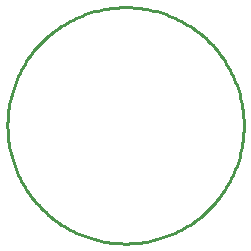
<source format=gbr>
G04 EAGLE Gerber RS-274X export*
G75*
%MOMM*%
%FSLAX34Y34*%
%LPD*%
%IN*%
%IPPOS*%
%AMOC8*
5,1,8,0,0,1.08239X$1,22.5*%
G01*
%ADD10C,0.254000*%


D10*
X100000Y-1403D02*
X100000Y1403D01*
X99921Y4207D01*
X99764Y7007D01*
X99528Y9803D01*
X99214Y12590D01*
X98822Y15368D01*
X98352Y18133D01*
X97805Y20885D01*
X97181Y23620D01*
X96480Y26336D01*
X95703Y29031D01*
X94852Y31704D01*
X93925Y34352D01*
X92925Y36973D01*
X91851Y39564D01*
X90705Y42125D01*
X89488Y44652D01*
X88201Y47144D01*
X86844Y49599D01*
X85419Y52016D01*
X83926Y54391D01*
X82368Y56723D01*
X80744Y59011D01*
X79058Y61252D01*
X77309Y63446D01*
X75499Y65589D01*
X73630Y67681D01*
X71702Y69719D01*
X69719Y71702D01*
X67681Y73630D01*
X65589Y75499D01*
X63446Y77309D01*
X61252Y79058D01*
X59011Y80744D01*
X56723Y82368D01*
X54391Y83926D01*
X52016Y85419D01*
X49599Y86844D01*
X47144Y88201D01*
X44652Y89488D01*
X42125Y90705D01*
X39564Y91851D01*
X36973Y92925D01*
X34352Y93925D01*
X31704Y94852D01*
X29031Y95703D01*
X26336Y96480D01*
X23620Y97181D01*
X20885Y97805D01*
X18133Y98352D01*
X15368Y98822D01*
X12590Y99214D01*
X9803Y99528D01*
X7007Y99764D01*
X4207Y99921D01*
X1403Y100000D01*
X-1403Y100000D01*
X-4207Y99921D01*
X-7007Y99764D01*
X-9803Y99528D01*
X-12590Y99214D01*
X-15368Y98822D01*
X-18133Y98352D01*
X-20885Y97805D01*
X-23620Y97181D01*
X-26336Y96480D01*
X-29031Y95703D01*
X-31704Y94852D01*
X-34352Y93925D01*
X-36973Y92925D01*
X-39564Y91851D01*
X-42125Y90705D01*
X-44652Y89488D01*
X-47144Y88201D01*
X-49599Y86844D01*
X-52016Y85419D01*
X-54391Y83926D01*
X-56723Y82368D01*
X-59011Y80744D01*
X-61252Y79058D01*
X-63446Y77309D01*
X-65589Y75499D01*
X-67681Y73630D01*
X-69719Y71702D01*
X-71702Y69719D01*
X-73630Y67681D01*
X-75499Y65589D01*
X-77309Y63446D01*
X-79058Y61252D01*
X-80744Y59011D01*
X-82368Y56723D01*
X-83926Y54391D01*
X-85419Y52016D01*
X-86844Y49599D01*
X-88201Y47144D01*
X-89488Y44652D01*
X-90705Y42125D01*
X-91851Y39564D01*
X-92925Y36973D01*
X-93925Y34352D01*
X-94852Y31704D01*
X-95703Y29031D01*
X-96480Y26336D01*
X-97181Y23620D01*
X-97805Y20885D01*
X-98352Y18133D01*
X-98822Y15368D01*
X-99214Y12590D01*
X-99528Y9803D01*
X-99764Y7007D01*
X-99921Y4207D01*
X-100000Y1403D01*
X-100000Y-1403D01*
X-99921Y-4207D01*
X-99764Y-7007D01*
X-99528Y-9803D01*
X-99214Y-12590D01*
X-98822Y-15368D01*
X-98352Y-18133D01*
X-97805Y-20885D01*
X-97181Y-23620D01*
X-96480Y-26336D01*
X-95703Y-29031D01*
X-94852Y-31704D01*
X-93925Y-34352D01*
X-92925Y-36973D01*
X-91851Y-39564D01*
X-90705Y-42125D01*
X-89488Y-44652D01*
X-88201Y-47144D01*
X-86844Y-49599D01*
X-85419Y-52016D01*
X-83926Y-54391D01*
X-82368Y-56723D01*
X-80744Y-59011D01*
X-79058Y-61252D01*
X-77309Y-63446D01*
X-75499Y-65589D01*
X-73630Y-67681D01*
X-71702Y-69719D01*
X-69719Y-71702D01*
X-67681Y-73630D01*
X-65589Y-75499D01*
X-63446Y-77309D01*
X-61252Y-79058D01*
X-59011Y-80744D01*
X-56723Y-82368D01*
X-54391Y-83926D01*
X-52016Y-85419D01*
X-49599Y-86844D01*
X-47144Y-88201D01*
X-44652Y-89488D01*
X-42125Y-90705D01*
X-39564Y-91851D01*
X-36973Y-92925D01*
X-34352Y-93925D01*
X-31704Y-94852D01*
X-29031Y-95703D01*
X-26336Y-96480D01*
X-23620Y-97181D01*
X-20885Y-97805D01*
X-18133Y-98352D01*
X-15368Y-98822D01*
X-12590Y-99214D01*
X-9803Y-99528D01*
X-7007Y-99764D01*
X-4207Y-99921D01*
X-1403Y-100000D01*
X1403Y-100000D01*
X4207Y-99921D01*
X7007Y-99764D01*
X9803Y-99528D01*
X12590Y-99214D01*
X15368Y-98822D01*
X18133Y-98352D01*
X20885Y-97805D01*
X23620Y-97181D01*
X26336Y-96480D01*
X29031Y-95703D01*
X31704Y-94852D01*
X34352Y-93925D01*
X36973Y-92925D01*
X39564Y-91851D01*
X42125Y-90705D01*
X44652Y-89488D01*
X47144Y-88201D01*
X49599Y-86844D01*
X52016Y-85419D01*
X54391Y-83926D01*
X56723Y-82368D01*
X59011Y-80744D01*
X61252Y-79058D01*
X63446Y-77309D01*
X65589Y-75499D01*
X67681Y-73630D01*
X69719Y-71702D01*
X71702Y-69719D01*
X73630Y-67681D01*
X75499Y-65589D01*
X77309Y-63446D01*
X79058Y-61252D01*
X80744Y-59011D01*
X82368Y-56723D01*
X83926Y-54391D01*
X85419Y-52016D01*
X86844Y-49599D01*
X88201Y-47144D01*
X89488Y-44652D01*
X90705Y-42125D01*
X91851Y-39564D01*
X92925Y-36973D01*
X93925Y-34352D01*
X94852Y-31704D01*
X95703Y-29031D01*
X96480Y-26336D01*
X97181Y-23620D01*
X97805Y-20885D01*
X98352Y-18133D01*
X98822Y-15368D01*
X99214Y-12590D01*
X99528Y-9803D01*
X99764Y-7007D01*
X99921Y-4207D01*
X100000Y-1403D01*
M02*

</source>
